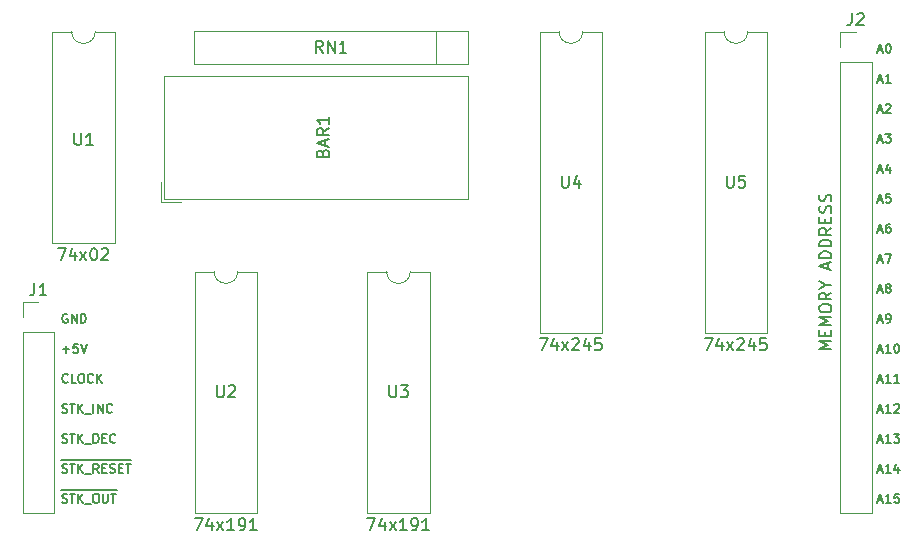
<source format=gto>
G04 #@! TF.GenerationSoftware,KiCad,Pcbnew,5.0.2+dfsg1-1*
G04 #@! TF.CreationDate,2019-08-02T16:39:56+02:00*
G04 #@! TF.ProjectId,Stack-Pointer,53746163-6b2d-4506-9f69-6e7465722e6b,rev?*
G04 #@! TF.SameCoordinates,Original*
G04 #@! TF.FileFunction,Legend,Top*
G04 #@! TF.FilePolarity,Positive*
%FSLAX46Y46*%
G04 Gerber Fmt 4.6, Leading zero omitted, Abs format (unit mm)*
G04 Created by KiCad (PCBNEW 5.0.2+dfsg1-1) date vr 02 aug 2019 16:39:56 CEST*
%MOMM*%
%LPD*%
G01*
G04 APERTURE LIST*
%ADD10C,0.150000*%
%ADD11C,0.120000*%
G04 APERTURE END LIST*
D10*
X56485500Y-66067000D02*
X57199785Y-66067000D01*
X56628357Y-67105571D02*
X56735500Y-67141285D01*
X56914071Y-67141285D01*
X56985500Y-67105571D01*
X57021214Y-67069857D01*
X57056928Y-66998428D01*
X57056928Y-66927000D01*
X57021214Y-66855571D01*
X56985500Y-66819857D01*
X56914071Y-66784142D01*
X56771214Y-66748428D01*
X56699785Y-66712714D01*
X56664071Y-66677000D01*
X56628357Y-66605571D01*
X56628357Y-66534142D01*
X56664071Y-66462714D01*
X56699785Y-66427000D01*
X56771214Y-66391285D01*
X56949785Y-66391285D01*
X57056928Y-66427000D01*
X57199785Y-66067000D02*
X57771214Y-66067000D01*
X57271214Y-66391285D02*
X57699785Y-66391285D01*
X57485500Y-67141285D02*
X57485500Y-66391285D01*
X57771214Y-66067000D02*
X58521214Y-66067000D01*
X57949785Y-67141285D02*
X57949785Y-66391285D01*
X58378357Y-67141285D02*
X58056928Y-66712714D01*
X58378357Y-66391285D02*
X57949785Y-66819857D01*
X58521214Y-66067000D02*
X59092642Y-66067000D01*
X58521214Y-67212714D02*
X59092642Y-67212714D01*
X59092642Y-66067000D02*
X59878357Y-66067000D01*
X59414071Y-66391285D02*
X59556928Y-66391285D01*
X59628357Y-66427000D01*
X59699785Y-66498428D01*
X59735500Y-66641285D01*
X59735500Y-66891285D01*
X59699785Y-67034142D01*
X59628357Y-67105571D01*
X59556928Y-67141285D01*
X59414071Y-67141285D01*
X59342642Y-67105571D01*
X59271214Y-67034142D01*
X59235500Y-66891285D01*
X59235500Y-66641285D01*
X59271214Y-66498428D01*
X59342642Y-66427000D01*
X59414071Y-66391285D01*
X59878357Y-66067000D02*
X60664071Y-66067000D01*
X60056928Y-66391285D02*
X60056928Y-66998428D01*
X60092642Y-67069857D01*
X60128357Y-67105571D01*
X60199785Y-67141285D01*
X60342642Y-67141285D01*
X60414071Y-67105571D01*
X60449785Y-67069857D01*
X60485500Y-66998428D01*
X60485500Y-66391285D01*
X60664071Y-66067000D02*
X61235500Y-66067000D01*
X60735500Y-66391285D02*
X61164071Y-66391285D01*
X60949785Y-67141285D02*
X60949785Y-66391285D01*
X56628357Y-62025571D02*
X56735500Y-62061285D01*
X56914071Y-62061285D01*
X56985500Y-62025571D01*
X57021214Y-61989857D01*
X57056928Y-61918428D01*
X57056928Y-61847000D01*
X57021214Y-61775571D01*
X56985500Y-61739857D01*
X56914071Y-61704142D01*
X56771214Y-61668428D01*
X56699785Y-61632714D01*
X56664071Y-61597000D01*
X56628357Y-61525571D01*
X56628357Y-61454142D01*
X56664071Y-61382714D01*
X56699785Y-61347000D01*
X56771214Y-61311285D01*
X56949785Y-61311285D01*
X57056928Y-61347000D01*
X57271214Y-61311285D02*
X57699785Y-61311285D01*
X57485500Y-62061285D02*
X57485500Y-61311285D01*
X57949785Y-62061285D02*
X57949785Y-61311285D01*
X58378357Y-62061285D02*
X58056928Y-61632714D01*
X58378357Y-61311285D02*
X57949785Y-61739857D01*
X58521214Y-62132714D02*
X59092642Y-62132714D01*
X59271214Y-62061285D02*
X59271214Y-61311285D01*
X59449785Y-61311285D01*
X59556928Y-61347000D01*
X59628357Y-61418428D01*
X59664071Y-61489857D01*
X59699785Y-61632714D01*
X59699785Y-61739857D01*
X59664071Y-61882714D01*
X59628357Y-61954142D01*
X59556928Y-62025571D01*
X59449785Y-62061285D01*
X59271214Y-62061285D01*
X60021214Y-61668428D02*
X60271214Y-61668428D01*
X60378357Y-62061285D02*
X60021214Y-62061285D01*
X60021214Y-61311285D01*
X60378357Y-61311285D01*
X61128357Y-61989857D02*
X61092642Y-62025571D01*
X60985500Y-62061285D01*
X60914071Y-62061285D01*
X60806928Y-62025571D01*
X60735500Y-61954142D01*
X60699785Y-61882714D01*
X60664071Y-61739857D01*
X60664071Y-61632714D01*
X60699785Y-61489857D01*
X60735500Y-61418428D01*
X60806928Y-61347000D01*
X60914071Y-61311285D01*
X60985500Y-61311285D01*
X61092642Y-61347000D01*
X61128357Y-61382714D01*
X56485500Y-63527000D02*
X57199785Y-63527000D01*
X56628357Y-64565571D02*
X56735500Y-64601285D01*
X56914071Y-64601285D01*
X56985500Y-64565571D01*
X57021214Y-64529857D01*
X57056928Y-64458428D01*
X57056928Y-64387000D01*
X57021214Y-64315571D01*
X56985500Y-64279857D01*
X56914071Y-64244142D01*
X56771214Y-64208428D01*
X56699785Y-64172714D01*
X56664071Y-64137000D01*
X56628357Y-64065571D01*
X56628357Y-63994142D01*
X56664071Y-63922714D01*
X56699785Y-63887000D01*
X56771214Y-63851285D01*
X56949785Y-63851285D01*
X57056928Y-63887000D01*
X57199785Y-63527000D02*
X57771214Y-63527000D01*
X57271214Y-63851285D02*
X57699785Y-63851285D01*
X57485500Y-64601285D02*
X57485500Y-63851285D01*
X57771214Y-63527000D02*
X58521214Y-63527000D01*
X57949785Y-64601285D02*
X57949785Y-63851285D01*
X58378357Y-64601285D02*
X58056928Y-64172714D01*
X58378357Y-63851285D02*
X57949785Y-64279857D01*
X58521214Y-63527000D02*
X59092642Y-63527000D01*
X58521214Y-64672714D02*
X59092642Y-64672714D01*
X59092642Y-63527000D02*
X59842642Y-63527000D01*
X59699785Y-64601285D02*
X59449785Y-64244142D01*
X59271214Y-64601285D02*
X59271214Y-63851285D01*
X59556928Y-63851285D01*
X59628357Y-63887000D01*
X59664071Y-63922714D01*
X59699785Y-63994142D01*
X59699785Y-64101285D01*
X59664071Y-64172714D01*
X59628357Y-64208428D01*
X59556928Y-64244142D01*
X59271214Y-64244142D01*
X59842642Y-63527000D02*
X60521214Y-63527000D01*
X60021214Y-64208428D02*
X60271214Y-64208428D01*
X60378357Y-64601285D02*
X60021214Y-64601285D01*
X60021214Y-63851285D01*
X60378357Y-63851285D01*
X60521214Y-63527000D02*
X61235500Y-63527000D01*
X60664071Y-64565571D02*
X60771214Y-64601285D01*
X60949785Y-64601285D01*
X61021214Y-64565571D01*
X61056928Y-64529857D01*
X61092642Y-64458428D01*
X61092642Y-64387000D01*
X61056928Y-64315571D01*
X61021214Y-64279857D01*
X60949785Y-64244142D01*
X60806928Y-64208428D01*
X60735500Y-64172714D01*
X60699785Y-64137000D01*
X60664071Y-64065571D01*
X60664071Y-63994142D01*
X60699785Y-63922714D01*
X60735500Y-63887000D01*
X60806928Y-63851285D01*
X60985500Y-63851285D01*
X61092642Y-63887000D01*
X61235500Y-63527000D02*
X61914071Y-63527000D01*
X61414071Y-64208428D02*
X61664071Y-64208428D01*
X61771214Y-64601285D02*
X61414071Y-64601285D01*
X61414071Y-63851285D01*
X61771214Y-63851285D01*
X61914071Y-63527000D02*
X62485500Y-63527000D01*
X61985500Y-63851285D02*
X62414071Y-63851285D01*
X62199785Y-64601285D02*
X62199785Y-63851285D01*
X56628357Y-59485571D02*
X56735500Y-59521285D01*
X56914071Y-59521285D01*
X56985500Y-59485571D01*
X57021214Y-59449857D01*
X57056928Y-59378428D01*
X57056928Y-59307000D01*
X57021214Y-59235571D01*
X56985500Y-59199857D01*
X56914071Y-59164142D01*
X56771214Y-59128428D01*
X56699785Y-59092714D01*
X56664071Y-59057000D01*
X56628357Y-58985571D01*
X56628357Y-58914142D01*
X56664071Y-58842714D01*
X56699785Y-58807000D01*
X56771214Y-58771285D01*
X56949785Y-58771285D01*
X57056928Y-58807000D01*
X57271214Y-58771285D02*
X57699785Y-58771285D01*
X57485500Y-59521285D02*
X57485500Y-58771285D01*
X57949785Y-59521285D02*
X57949785Y-58771285D01*
X58378357Y-59521285D02*
X58056928Y-59092714D01*
X58378357Y-58771285D02*
X57949785Y-59199857D01*
X58521214Y-59592714D02*
X59092642Y-59592714D01*
X59271214Y-59521285D02*
X59271214Y-58771285D01*
X59628357Y-59521285D02*
X59628357Y-58771285D01*
X60056928Y-59521285D01*
X60056928Y-58771285D01*
X60842642Y-59449857D02*
X60806928Y-59485571D01*
X60699785Y-59521285D01*
X60628357Y-59521285D01*
X60521214Y-59485571D01*
X60449785Y-59414142D01*
X60414071Y-59342714D01*
X60378357Y-59199857D01*
X60378357Y-59092714D01*
X60414071Y-58949857D01*
X60449785Y-58878428D01*
X60521214Y-58807000D01*
X60628357Y-58771285D01*
X60699785Y-58771285D01*
X60806928Y-58807000D01*
X60842642Y-58842714D01*
X57056928Y-51187000D02*
X56985500Y-51151285D01*
X56878357Y-51151285D01*
X56771214Y-51187000D01*
X56699785Y-51258428D01*
X56664071Y-51329857D01*
X56628357Y-51472714D01*
X56628357Y-51579857D01*
X56664071Y-51722714D01*
X56699785Y-51794142D01*
X56771214Y-51865571D01*
X56878357Y-51901285D01*
X56949785Y-51901285D01*
X57056928Y-51865571D01*
X57092642Y-51829857D01*
X57092642Y-51579857D01*
X56949785Y-51579857D01*
X57414071Y-51901285D02*
X57414071Y-51151285D01*
X57842642Y-51901285D01*
X57842642Y-51151285D01*
X58199785Y-51901285D02*
X58199785Y-51151285D01*
X58378357Y-51151285D01*
X58485500Y-51187000D01*
X58556928Y-51258428D01*
X58592642Y-51329857D01*
X58628357Y-51472714D01*
X58628357Y-51579857D01*
X58592642Y-51722714D01*
X58556928Y-51794142D01*
X58485500Y-51865571D01*
X58378357Y-51901285D01*
X58199785Y-51901285D01*
X56664071Y-54155571D02*
X57235500Y-54155571D01*
X56949785Y-54441285D02*
X56949785Y-53869857D01*
X57949785Y-53691285D02*
X57592642Y-53691285D01*
X57556928Y-54048428D01*
X57592642Y-54012714D01*
X57664071Y-53977000D01*
X57842642Y-53977000D01*
X57914071Y-54012714D01*
X57949785Y-54048428D01*
X57985500Y-54119857D01*
X57985500Y-54298428D01*
X57949785Y-54369857D01*
X57914071Y-54405571D01*
X57842642Y-54441285D01*
X57664071Y-54441285D01*
X57592642Y-54405571D01*
X57556928Y-54369857D01*
X58199785Y-53691285D02*
X58449785Y-54441285D01*
X58699785Y-53691285D01*
X57092642Y-56909857D02*
X57056928Y-56945571D01*
X56949785Y-56981285D01*
X56878357Y-56981285D01*
X56771214Y-56945571D01*
X56699785Y-56874142D01*
X56664071Y-56802714D01*
X56628357Y-56659857D01*
X56628357Y-56552714D01*
X56664071Y-56409857D01*
X56699785Y-56338428D01*
X56771214Y-56267000D01*
X56878357Y-56231285D01*
X56949785Y-56231285D01*
X57056928Y-56267000D01*
X57092642Y-56302714D01*
X57771214Y-56981285D02*
X57414071Y-56981285D01*
X57414071Y-56231285D01*
X58164071Y-56231285D02*
X58306928Y-56231285D01*
X58378357Y-56267000D01*
X58449785Y-56338428D01*
X58485500Y-56481285D01*
X58485500Y-56731285D01*
X58449785Y-56874142D01*
X58378357Y-56945571D01*
X58306928Y-56981285D01*
X58164071Y-56981285D01*
X58092642Y-56945571D01*
X58021214Y-56874142D01*
X57985500Y-56731285D01*
X57985500Y-56481285D01*
X58021214Y-56338428D01*
X58092642Y-56267000D01*
X58164071Y-56231285D01*
X59235500Y-56909857D02*
X59199785Y-56945571D01*
X59092642Y-56981285D01*
X59021214Y-56981285D01*
X58914071Y-56945571D01*
X58842642Y-56874142D01*
X58806928Y-56802714D01*
X58771214Y-56659857D01*
X58771214Y-56552714D01*
X58806928Y-56409857D01*
X58842642Y-56338428D01*
X58914071Y-56267000D01*
X59021214Y-56231285D01*
X59092642Y-56231285D01*
X59199785Y-56267000D01*
X59235500Y-56302714D01*
X59556928Y-56981285D02*
X59556928Y-56231285D01*
X59985500Y-56981285D02*
X59664071Y-56552714D01*
X59985500Y-56231285D02*
X59556928Y-56659857D01*
X125716357Y-33907000D02*
X126073500Y-33907000D01*
X125644928Y-34121285D02*
X125894928Y-33371285D01*
X126144928Y-34121285D01*
X126359214Y-33442714D02*
X126394928Y-33407000D01*
X126466357Y-33371285D01*
X126644928Y-33371285D01*
X126716357Y-33407000D01*
X126752071Y-33442714D01*
X126787785Y-33514142D01*
X126787785Y-33585571D01*
X126752071Y-33692714D01*
X126323500Y-34121285D01*
X126787785Y-34121285D01*
X125716357Y-31367000D02*
X126073500Y-31367000D01*
X125644928Y-31581285D02*
X125894928Y-30831285D01*
X126144928Y-31581285D01*
X126787785Y-31581285D02*
X126359214Y-31581285D01*
X126573500Y-31581285D02*
X126573500Y-30831285D01*
X126502071Y-30938428D01*
X126430642Y-31009857D01*
X126359214Y-31045571D01*
X125716357Y-41527000D02*
X126073500Y-41527000D01*
X125644928Y-41741285D02*
X125894928Y-40991285D01*
X126144928Y-41741285D01*
X126752071Y-40991285D02*
X126394928Y-40991285D01*
X126359214Y-41348428D01*
X126394928Y-41312714D01*
X126466357Y-41277000D01*
X126644928Y-41277000D01*
X126716357Y-41312714D01*
X126752071Y-41348428D01*
X126787785Y-41419857D01*
X126787785Y-41598428D01*
X126752071Y-41669857D01*
X126716357Y-41705571D01*
X126644928Y-41741285D01*
X126466357Y-41741285D01*
X126394928Y-41705571D01*
X126359214Y-41669857D01*
X125716357Y-38987000D02*
X126073500Y-38987000D01*
X125644928Y-39201285D02*
X125894928Y-38451285D01*
X126144928Y-39201285D01*
X126716357Y-38701285D02*
X126716357Y-39201285D01*
X126537785Y-38415571D02*
X126359214Y-38951285D01*
X126823500Y-38951285D01*
X125716357Y-36447000D02*
X126073500Y-36447000D01*
X125644928Y-36661285D02*
X125894928Y-35911285D01*
X126144928Y-36661285D01*
X126323500Y-35911285D02*
X126787785Y-35911285D01*
X126537785Y-36197000D01*
X126644928Y-36197000D01*
X126716357Y-36232714D01*
X126752071Y-36268428D01*
X126787785Y-36339857D01*
X126787785Y-36518428D01*
X126752071Y-36589857D01*
X126716357Y-36625571D01*
X126644928Y-36661285D01*
X126430642Y-36661285D01*
X126359214Y-36625571D01*
X126323500Y-36589857D01*
X125716357Y-46607000D02*
X126073500Y-46607000D01*
X125644928Y-46821285D02*
X125894928Y-46071285D01*
X126144928Y-46821285D01*
X126323500Y-46071285D02*
X126823500Y-46071285D01*
X126502071Y-46821285D01*
X125716357Y-28827000D02*
X126073500Y-28827000D01*
X125644928Y-29041285D02*
X125894928Y-28291285D01*
X126144928Y-29041285D01*
X126537785Y-28291285D02*
X126609214Y-28291285D01*
X126680642Y-28327000D01*
X126716357Y-28362714D01*
X126752071Y-28434142D01*
X126787785Y-28577000D01*
X126787785Y-28755571D01*
X126752071Y-28898428D01*
X126716357Y-28969857D01*
X126680642Y-29005571D01*
X126609214Y-29041285D01*
X126537785Y-29041285D01*
X126466357Y-29005571D01*
X126430642Y-28969857D01*
X126394928Y-28898428D01*
X126359214Y-28755571D01*
X126359214Y-28577000D01*
X126394928Y-28434142D01*
X126430642Y-28362714D01*
X126466357Y-28327000D01*
X126537785Y-28291285D01*
X125716357Y-44067000D02*
X126073500Y-44067000D01*
X125644928Y-44281285D02*
X125894928Y-43531285D01*
X126144928Y-44281285D01*
X126716357Y-43531285D02*
X126573500Y-43531285D01*
X126502071Y-43567000D01*
X126466357Y-43602714D01*
X126394928Y-43709857D01*
X126359214Y-43852714D01*
X126359214Y-44138428D01*
X126394928Y-44209857D01*
X126430642Y-44245571D01*
X126502071Y-44281285D01*
X126644928Y-44281285D01*
X126716357Y-44245571D01*
X126752071Y-44209857D01*
X126787785Y-44138428D01*
X126787785Y-43959857D01*
X126752071Y-43888428D01*
X126716357Y-43852714D01*
X126644928Y-43817000D01*
X126502071Y-43817000D01*
X126430642Y-43852714D01*
X126394928Y-43888428D01*
X126359214Y-43959857D01*
X125716357Y-64387000D02*
X126073500Y-64387000D01*
X125644928Y-64601285D02*
X125894928Y-63851285D01*
X126144928Y-64601285D01*
X126787785Y-64601285D02*
X126359214Y-64601285D01*
X126573500Y-64601285D02*
X126573500Y-63851285D01*
X126502071Y-63958428D01*
X126430642Y-64029857D01*
X126359214Y-64065571D01*
X127430642Y-64101285D02*
X127430642Y-64601285D01*
X127252071Y-63815571D02*
X127073500Y-64351285D01*
X127537785Y-64351285D01*
X125716357Y-59307000D02*
X126073500Y-59307000D01*
X125644928Y-59521285D02*
X125894928Y-58771285D01*
X126144928Y-59521285D01*
X126787785Y-59521285D02*
X126359214Y-59521285D01*
X126573500Y-59521285D02*
X126573500Y-58771285D01*
X126502071Y-58878428D01*
X126430642Y-58949857D01*
X126359214Y-58985571D01*
X127073500Y-58842714D02*
X127109214Y-58807000D01*
X127180642Y-58771285D01*
X127359214Y-58771285D01*
X127430642Y-58807000D01*
X127466357Y-58842714D01*
X127502071Y-58914142D01*
X127502071Y-58985571D01*
X127466357Y-59092714D01*
X127037785Y-59521285D01*
X127502071Y-59521285D01*
X125716357Y-66927000D02*
X126073500Y-66927000D01*
X125644928Y-67141285D02*
X125894928Y-66391285D01*
X126144928Y-67141285D01*
X126787785Y-67141285D02*
X126359214Y-67141285D01*
X126573500Y-67141285D02*
X126573500Y-66391285D01*
X126502071Y-66498428D01*
X126430642Y-66569857D01*
X126359214Y-66605571D01*
X127466357Y-66391285D02*
X127109214Y-66391285D01*
X127073500Y-66748428D01*
X127109214Y-66712714D01*
X127180642Y-66677000D01*
X127359214Y-66677000D01*
X127430642Y-66712714D01*
X127466357Y-66748428D01*
X127502071Y-66819857D01*
X127502071Y-66998428D01*
X127466357Y-67069857D01*
X127430642Y-67105571D01*
X127359214Y-67141285D01*
X127180642Y-67141285D01*
X127109214Y-67105571D01*
X127073500Y-67069857D01*
X125716357Y-54227000D02*
X126073500Y-54227000D01*
X125644928Y-54441285D02*
X125894928Y-53691285D01*
X126144928Y-54441285D01*
X126787785Y-54441285D02*
X126359214Y-54441285D01*
X126573500Y-54441285D02*
X126573500Y-53691285D01*
X126502071Y-53798428D01*
X126430642Y-53869857D01*
X126359214Y-53905571D01*
X127252071Y-53691285D02*
X127323500Y-53691285D01*
X127394928Y-53727000D01*
X127430642Y-53762714D01*
X127466357Y-53834142D01*
X127502071Y-53977000D01*
X127502071Y-54155571D01*
X127466357Y-54298428D01*
X127430642Y-54369857D01*
X127394928Y-54405571D01*
X127323500Y-54441285D01*
X127252071Y-54441285D01*
X127180642Y-54405571D01*
X127144928Y-54369857D01*
X127109214Y-54298428D01*
X127073500Y-54155571D01*
X127073500Y-53977000D01*
X127109214Y-53834142D01*
X127144928Y-53762714D01*
X127180642Y-53727000D01*
X127252071Y-53691285D01*
X125716357Y-51687000D02*
X126073500Y-51687000D01*
X125644928Y-51901285D02*
X125894928Y-51151285D01*
X126144928Y-51901285D01*
X126430642Y-51901285D02*
X126573500Y-51901285D01*
X126644928Y-51865571D01*
X126680642Y-51829857D01*
X126752071Y-51722714D01*
X126787785Y-51579857D01*
X126787785Y-51294142D01*
X126752071Y-51222714D01*
X126716357Y-51187000D01*
X126644928Y-51151285D01*
X126502071Y-51151285D01*
X126430642Y-51187000D01*
X126394928Y-51222714D01*
X126359214Y-51294142D01*
X126359214Y-51472714D01*
X126394928Y-51544142D01*
X126430642Y-51579857D01*
X126502071Y-51615571D01*
X126644928Y-51615571D01*
X126716357Y-51579857D01*
X126752071Y-51544142D01*
X126787785Y-51472714D01*
X125716357Y-61847000D02*
X126073500Y-61847000D01*
X125644928Y-62061285D02*
X125894928Y-61311285D01*
X126144928Y-62061285D01*
X126787785Y-62061285D02*
X126359214Y-62061285D01*
X126573500Y-62061285D02*
X126573500Y-61311285D01*
X126502071Y-61418428D01*
X126430642Y-61489857D01*
X126359214Y-61525571D01*
X127037785Y-61311285D02*
X127502071Y-61311285D01*
X127252071Y-61597000D01*
X127359214Y-61597000D01*
X127430642Y-61632714D01*
X127466357Y-61668428D01*
X127502071Y-61739857D01*
X127502071Y-61918428D01*
X127466357Y-61989857D01*
X127430642Y-62025571D01*
X127359214Y-62061285D01*
X127144928Y-62061285D01*
X127073500Y-62025571D01*
X127037785Y-61989857D01*
X125716357Y-49147000D02*
X126073500Y-49147000D01*
X125644928Y-49361285D02*
X125894928Y-48611285D01*
X126144928Y-49361285D01*
X126502071Y-48932714D02*
X126430642Y-48897000D01*
X126394928Y-48861285D01*
X126359214Y-48789857D01*
X126359214Y-48754142D01*
X126394928Y-48682714D01*
X126430642Y-48647000D01*
X126502071Y-48611285D01*
X126644928Y-48611285D01*
X126716357Y-48647000D01*
X126752071Y-48682714D01*
X126787785Y-48754142D01*
X126787785Y-48789857D01*
X126752071Y-48861285D01*
X126716357Y-48897000D01*
X126644928Y-48932714D01*
X126502071Y-48932714D01*
X126430642Y-48968428D01*
X126394928Y-49004142D01*
X126359214Y-49075571D01*
X126359214Y-49218428D01*
X126394928Y-49289857D01*
X126430642Y-49325571D01*
X126502071Y-49361285D01*
X126644928Y-49361285D01*
X126716357Y-49325571D01*
X126752071Y-49289857D01*
X126787785Y-49218428D01*
X126787785Y-49075571D01*
X126752071Y-49004142D01*
X126716357Y-48968428D01*
X126644928Y-48932714D01*
X125716357Y-56767000D02*
X126073500Y-56767000D01*
X125644928Y-56981285D02*
X125894928Y-56231285D01*
X126144928Y-56981285D01*
X126787785Y-56981285D02*
X126359214Y-56981285D01*
X126573500Y-56981285D02*
X126573500Y-56231285D01*
X126502071Y-56338428D01*
X126430642Y-56409857D01*
X126359214Y-56445571D01*
X127502071Y-56981285D02*
X127073500Y-56981285D01*
X127287785Y-56981285D02*
X127287785Y-56231285D01*
X127216357Y-56338428D01*
X127144928Y-56409857D01*
X127073500Y-56445571D01*
D11*
G04 #@! TO.C,J1*
X53280000Y-68005000D02*
X55940000Y-68005000D01*
X53280000Y-52705000D02*
X53280000Y-68005000D01*
X55940000Y-52705000D02*
X55940000Y-68005000D01*
X53280000Y-52705000D02*
X55940000Y-52705000D01*
X53280000Y-51435000D02*
X53280000Y-50105000D01*
X53280000Y-50105000D02*
X54610000Y-50105000D01*
G04 #@! TO.C,U5*
X116315000Y-27245000D02*
X114665000Y-27245000D01*
X116315000Y-52765000D02*
X116315000Y-27245000D01*
X111015000Y-52765000D02*
X116315000Y-52765000D01*
X111015000Y-27245000D02*
X111015000Y-52765000D01*
X112665000Y-27245000D02*
X111015000Y-27245000D01*
X114665000Y-27245000D02*
G75*
G02X112665000Y-27245000I-1000000J0D01*
G01*
G04 #@! TO.C,U4*
X100695000Y-27245000D02*
G75*
G02X98695000Y-27245000I-1000000J0D01*
G01*
X98695000Y-27245000D02*
X97045000Y-27245000D01*
X97045000Y-27245000D02*
X97045000Y-52765000D01*
X97045000Y-52765000D02*
X102345000Y-52765000D01*
X102345000Y-52765000D02*
X102345000Y-27245000D01*
X102345000Y-27245000D02*
X100695000Y-27245000D01*
G04 #@! TO.C,J2*
X122495000Y-68005000D02*
X125155000Y-68005000D01*
X122495000Y-29845000D02*
X122495000Y-68005000D01*
X125155000Y-29845000D02*
X125155000Y-68005000D01*
X122495000Y-29845000D02*
X125155000Y-29845000D01*
X122495000Y-28575000D02*
X122495000Y-27245000D01*
X122495000Y-27245000D02*
X123825000Y-27245000D01*
G04 #@! TO.C,BAR1*
X64975000Y-40005000D02*
X64975000Y-41705000D01*
X64975000Y-41705000D02*
X66675000Y-41705000D01*
X90945000Y-30975000D02*
X90945000Y-41415000D01*
X90945000Y-41415000D02*
X65265000Y-41415000D01*
X65265000Y-41415000D02*
X65265000Y-30975000D01*
X65265000Y-30975000D02*
X90945000Y-30975000D01*
G04 #@! TO.C,U1*
X59420000Y-27245000D02*
G75*
G02X57420000Y-27245000I-1000000J0D01*
G01*
X57420000Y-27245000D02*
X55770000Y-27245000D01*
X55770000Y-27245000D02*
X55770000Y-45145000D01*
X55770000Y-45145000D02*
X61070000Y-45145000D01*
X61070000Y-45145000D02*
X61070000Y-27245000D01*
X61070000Y-27245000D02*
X59420000Y-27245000D01*
G04 #@! TO.C,U3*
X87740000Y-47565000D02*
X86090000Y-47565000D01*
X87740000Y-68005000D02*
X87740000Y-47565000D01*
X82440000Y-68005000D02*
X87740000Y-68005000D01*
X82440000Y-47565000D02*
X82440000Y-68005000D01*
X84090000Y-47565000D02*
X82440000Y-47565000D01*
X86090000Y-47565000D02*
G75*
G02X84090000Y-47565000I-1000000J0D01*
G01*
G04 #@! TO.C,U2*
X71485000Y-47565000D02*
G75*
G02X69485000Y-47565000I-1000000J0D01*
G01*
X69485000Y-47565000D02*
X67835000Y-47565000D01*
X67835000Y-47565000D02*
X67835000Y-68005000D01*
X67835000Y-68005000D02*
X73135000Y-68005000D01*
X73135000Y-68005000D02*
X73135000Y-47565000D01*
X73135000Y-47565000D02*
X71485000Y-47565000D01*
G04 #@! TO.C,RN1*
X90975000Y-29975000D02*
X90975000Y-27175000D01*
X90975000Y-27175000D02*
X67775000Y-27175000D01*
X67775000Y-27175000D02*
X67775000Y-29975000D01*
X67775000Y-29975000D02*
X90975000Y-29975000D01*
X88265000Y-29975000D02*
X88265000Y-27175000D01*
G04 #@! TO.C,J1*
D10*
X54276666Y-48557380D02*
X54276666Y-49271666D01*
X54229047Y-49414523D01*
X54133809Y-49509761D01*
X53990952Y-49557380D01*
X53895714Y-49557380D01*
X55276666Y-49557380D02*
X54705238Y-49557380D01*
X54990952Y-49557380D02*
X54990952Y-48557380D01*
X54895714Y-48700238D01*
X54800476Y-48795476D01*
X54705238Y-48843095D01*
G04 #@! TO.C,U5*
X112903095Y-39457380D02*
X112903095Y-40266904D01*
X112950714Y-40362142D01*
X112998333Y-40409761D01*
X113093571Y-40457380D01*
X113284047Y-40457380D01*
X113379285Y-40409761D01*
X113426904Y-40362142D01*
X113474523Y-40266904D01*
X113474523Y-39457380D01*
X114426904Y-39457380D02*
X113950714Y-39457380D01*
X113903095Y-39933571D01*
X113950714Y-39885952D01*
X114045952Y-39838333D01*
X114284047Y-39838333D01*
X114379285Y-39885952D01*
X114426904Y-39933571D01*
X114474523Y-40028809D01*
X114474523Y-40266904D01*
X114426904Y-40362142D01*
X114379285Y-40409761D01*
X114284047Y-40457380D01*
X114045952Y-40457380D01*
X113950714Y-40409761D01*
X113903095Y-40362142D01*
X111022142Y-53217380D02*
X111688809Y-53217380D01*
X111260238Y-54217380D01*
X112498333Y-53550714D02*
X112498333Y-54217380D01*
X112260238Y-53169761D02*
X112022142Y-53884047D01*
X112641190Y-53884047D01*
X112926904Y-54217380D02*
X113450714Y-53550714D01*
X112926904Y-53550714D02*
X113450714Y-54217380D01*
X113784047Y-53312619D02*
X113831666Y-53265000D01*
X113926904Y-53217380D01*
X114165000Y-53217380D01*
X114260238Y-53265000D01*
X114307857Y-53312619D01*
X114355476Y-53407857D01*
X114355476Y-53503095D01*
X114307857Y-53645952D01*
X113736428Y-54217380D01*
X114355476Y-54217380D01*
X115212619Y-53550714D02*
X115212619Y-54217380D01*
X114974523Y-53169761D02*
X114736428Y-53884047D01*
X115355476Y-53884047D01*
X116212619Y-53217380D02*
X115736428Y-53217380D01*
X115688809Y-53693571D01*
X115736428Y-53645952D01*
X115831666Y-53598333D01*
X116069761Y-53598333D01*
X116165000Y-53645952D01*
X116212619Y-53693571D01*
X116260238Y-53788809D01*
X116260238Y-54026904D01*
X116212619Y-54122142D01*
X116165000Y-54169761D01*
X116069761Y-54217380D01*
X115831666Y-54217380D01*
X115736428Y-54169761D01*
X115688809Y-54122142D01*
G04 #@! TO.C,U4*
X98933095Y-39457380D02*
X98933095Y-40266904D01*
X98980714Y-40362142D01*
X99028333Y-40409761D01*
X99123571Y-40457380D01*
X99314047Y-40457380D01*
X99409285Y-40409761D01*
X99456904Y-40362142D01*
X99504523Y-40266904D01*
X99504523Y-39457380D01*
X100409285Y-39790714D02*
X100409285Y-40457380D01*
X100171190Y-39409761D02*
X99933095Y-40124047D01*
X100552142Y-40124047D01*
X97052142Y-53217380D02*
X97718809Y-53217380D01*
X97290238Y-54217380D01*
X98528333Y-53550714D02*
X98528333Y-54217380D01*
X98290238Y-53169761D02*
X98052142Y-53884047D01*
X98671190Y-53884047D01*
X98956904Y-54217380D02*
X99480714Y-53550714D01*
X98956904Y-53550714D02*
X99480714Y-54217380D01*
X99814047Y-53312619D02*
X99861666Y-53265000D01*
X99956904Y-53217380D01*
X100195000Y-53217380D01*
X100290238Y-53265000D01*
X100337857Y-53312619D01*
X100385476Y-53407857D01*
X100385476Y-53503095D01*
X100337857Y-53645952D01*
X99766428Y-54217380D01*
X100385476Y-54217380D01*
X101242619Y-53550714D02*
X101242619Y-54217380D01*
X101004523Y-53169761D02*
X100766428Y-53884047D01*
X101385476Y-53884047D01*
X102242619Y-53217380D02*
X101766428Y-53217380D01*
X101718809Y-53693571D01*
X101766428Y-53645952D01*
X101861666Y-53598333D01*
X102099761Y-53598333D01*
X102195000Y-53645952D01*
X102242619Y-53693571D01*
X102290238Y-53788809D01*
X102290238Y-54026904D01*
X102242619Y-54122142D01*
X102195000Y-54169761D01*
X102099761Y-54217380D01*
X101861666Y-54217380D01*
X101766428Y-54169761D01*
X101718809Y-54122142D01*
G04 #@! TO.C,J2*
X123491666Y-25697380D02*
X123491666Y-26411666D01*
X123444047Y-26554523D01*
X123348809Y-26649761D01*
X123205952Y-26697380D01*
X123110714Y-26697380D01*
X123920238Y-25792619D02*
X123967857Y-25745000D01*
X124063095Y-25697380D01*
X124301190Y-25697380D01*
X124396428Y-25745000D01*
X124444047Y-25792619D01*
X124491666Y-25887857D01*
X124491666Y-25983095D01*
X124444047Y-26125952D01*
X123872619Y-26697380D01*
X124491666Y-26697380D01*
X121737380Y-54148809D02*
X120737380Y-54148809D01*
X121451666Y-53815476D01*
X120737380Y-53482142D01*
X121737380Y-53482142D01*
X121213571Y-53005952D02*
X121213571Y-52672619D01*
X121737380Y-52529761D02*
X121737380Y-53005952D01*
X120737380Y-53005952D01*
X120737380Y-52529761D01*
X121737380Y-52101190D02*
X120737380Y-52101190D01*
X121451666Y-51767857D01*
X120737380Y-51434523D01*
X121737380Y-51434523D01*
X120737380Y-50767857D02*
X120737380Y-50577380D01*
X120785000Y-50482142D01*
X120880238Y-50386904D01*
X121070714Y-50339285D01*
X121404047Y-50339285D01*
X121594523Y-50386904D01*
X121689761Y-50482142D01*
X121737380Y-50577380D01*
X121737380Y-50767857D01*
X121689761Y-50863095D01*
X121594523Y-50958333D01*
X121404047Y-51005952D01*
X121070714Y-51005952D01*
X120880238Y-50958333D01*
X120785000Y-50863095D01*
X120737380Y-50767857D01*
X121737380Y-49339285D02*
X121261190Y-49672619D01*
X121737380Y-49910714D02*
X120737380Y-49910714D01*
X120737380Y-49529761D01*
X120785000Y-49434523D01*
X120832619Y-49386904D01*
X120927857Y-49339285D01*
X121070714Y-49339285D01*
X121165952Y-49386904D01*
X121213571Y-49434523D01*
X121261190Y-49529761D01*
X121261190Y-49910714D01*
X121261190Y-48720238D02*
X121737380Y-48720238D01*
X120737380Y-49053571D02*
X121261190Y-48720238D01*
X120737380Y-48386904D01*
X121451666Y-47339285D02*
X121451666Y-46863095D01*
X121737380Y-47434523D02*
X120737380Y-47101190D01*
X121737380Y-46767857D01*
X121737380Y-46434523D02*
X120737380Y-46434523D01*
X120737380Y-46196428D01*
X120785000Y-46053571D01*
X120880238Y-45958333D01*
X120975476Y-45910714D01*
X121165952Y-45863095D01*
X121308809Y-45863095D01*
X121499285Y-45910714D01*
X121594523Y-45958333D01*
X121689761Y-46053571D01*
X121737380Y-46196428D01*
X121737380Y-46434523D01*
X121737380Y-45434523D02*
X120737380Y-45434523D01*
X120737380Y-45196428D01*
X120785000Y-45053571D01*
X120880238Y-44958333D01*
X120975476Y-44910714D01*
X121165952Y-44863095D01*
X121308809Y-44863095D01*
X121499285Y-44910714D01*
X121594523Y-44958333D01*
X121689761Y-45053571D01*
X121737380Y-45196428D01*
X121737380Y-45434523D01*
X121737380Y-43863095D02*
X121261190Y-44196428D01*
X121737380Y-44434523D02*
X120737380Y-44434523D01*
X120737380Y-44053571D01*
X120785000Y-43958333D01*
X120832619Y-43910714D01*
X120927857Y-43863095D01*
X121070714Y-43863095D01*
X121165952Y-43910714D01*
X121213571Y-43958333D01*
X121261190Y-44053571D01*
X121261190Y-44434523D01*
X121213571Y-43434523D02*
X121213571Y-43101190D01*
X121737380Y-42958333D02*
X121737380Y-43434523D01*
X120737380Y-43434523D01*
X120737380Y-42958333D01*
X121689761Y-42577380D02*
X121737380Y-42434523D01*
X121737380Y-42196428D01*
X121689761Y-42101190D01*
X121642142Y-42053571D01*
X121546904Y-42005952D01*
X121451666Y-42005952D01*
X121356428Y-42053571D01*
X121308809Y-42101190D01*
X121261190Y-42196428D01*
X121213571Y-42386904D01*
X121165952Y-42482142D01*
X121118333Y-42529761D01*
X121023095Y-42577380D01*
X120927857Y-42577380D01*
X120832619Y-42529761D01*
X120785000Y-42482142D01*
X120737380Y-42386904D01*
X120737380Y-42148809D01*
X120785000Y-42005952D01*
X121689761Y-41625000D02*
X121737380Y-41482142D01*
X121737380Y-41244047D01*
X121689761Y-41148809D01*
X121642142Y-41101190D01*
X121546904Y-41053571D01*
X121451666Y-41053571D01*
X121356428Y-41101190D01*
X121308809Y-41148809D01*
X121261190Y-41244047D01*
X121213571Y-41434523D01*
X121165952Y-41529761D01*
X121118333Y-41577380D01*
X121023095Y-41625000D01*
X120927857Y-41625000D01*
X120832619Y-41577380D01*
X120785000Y-41529761D01*
X120737380Y-41434523D01*
X120737380Y-41196428D01*
X120785000Y-41053571D01*
G04 #@! TO.C,BAR1*
X78668571Y-37528333D02*
X78716190Y-37385476D01*
X78763809Y-37337857D01*
X78859047Y-37290238D01*
X79001904Y-37290238D01*
X79097142Y-37337857D01*
X79144761Y-37385476D01*
X79192380Y-37480714D01*
X79192380Y-37861666D01*
X78192380Y-37861666D01*
X78192380Y-37528333D01*
X78240000Y-37433095D01*
X78287619Y-37385476D01*
X78382857Y-37337857D01*
X78478095Y-37337857D01*
X78573333Y-37385476D01*
X78620952Y-37433095D01*
X78668571Y-37528333D01*
X78668571Y-37861666D01*
X78906666Y-36909285D02*
X78906666Y-36433095D01*
X79192380Y-37004523D02*
X78192380Y-36671190D01*
X79192380Y-36337857D01*
X79192380Y-35433095D02*
X78716190Y-35766428D01*
X79192380Y-36004523D02*
X78192380Y-36004523D01*
X78192380Y-35623571D01*
X78240000Y-35528333D01*
X78287619Y-35480714D01*
X78382857Y-35433095D01*
X78525714Y-35433095D01*
X78620952Y-35480714D01*
X78668571Y-35528333D01*
X78716190Y-35623571D01*
X78716190Y-36004523D01*
X79192380Y-34480714D02*
X79192380Y-35052142D01*
X79192380Y-34766428D02*
X78192380Y-34766428D01*
X78335238Y-34861666D01*
X78430476Y-34956904D01*
X78478095Y-35052142D01*
G04 #@! TO.C,U1*
X57658095Y-35850379D02*
X57658095Y-36659903D01*
X57705714Y-36755141D01*
X57753333Y-36802760D01*
X57848571Y-36850379D01*
X58039047Y-36850379D01*
X58134285Y-36802760D01*
X58181904Y-36755141D01*
X58229523Y-36659903D01*
X58229523Y-35850379D01*
X59229523Y-36850379D02*
X58658095Y-36850379D01*
X58943809Y-36850379D02*
X58943809Y-35850379D01*
X58848571Y-35993237D01*
X58753333Y-36088475D01*
X58658095Y-36136094D01*
X56253333Y-45597380D02*
X56920000Y-45597380D01*
X56491428Y-46597380D01*
X57729523Y-45930714D02*
X57729523Y-46597380D01*
X57491428Y-45549761D02*
X57253333Y-46264047D01*
X57872380Y-46264047D01*
X58158095Y-46597380D02*
X58681904Y-45930714D01*
X58158095Y-45930714D02*
X58681904Y-46597380D01*
X59253333Y-45597380D02*
X59348571Y-45597380D01*
X59443809Y-45645000D01*
X59491428Y-45692619D01*
X59539047Y-45787857D01*
X59586666Y-45978333D01*
X59586666Y-46216428D01*
X59539047Y-46406904D01*
X59491428Y-46502142D01*
X59443809Y-46549761D01*
X59348571Y-46597380D01*
X59253333Y-46597380D01*
X59158095Y-46549761D01*
X59110476Y-46502142D01*
X59062857Y-46406904D01*
X59015238Y-46216428D01*
X59015238Y-45978333D01*
X59062857Y-45787857D01*
X59110476Y-45692619D01*
X59158095Y-45645000D01*
X59253333Y-45597380D01*
X59967619Y-45692619D02*
X60015238Y-45645000D01*
X60110476Y-45597380D01*
X60348571Y-45597380D01*
X60443809Y-45645000D01*
X60491428Y-45692619D01*
X60539047Y-45787857D01*
X60539047Y-45883095D01*
X60491428Y-46025952D01*
X59920000Y-46597380D01*
X60539047Y-46597380D01*
G04 #@! TO.C,U3*
X84328095Y-57193380D02*
X84328095Y-58002904D01*
X84375714Y-58098142D01*
X84423333Y-58145761D01*
X84518571Y-58193380D01*
X84709047Y-58193380D01*
X84804285Y-58145761D01*
X84851904Y-58098142D01*
X84899523Y-58002904D01*
X84899523Y-57193380D01*
X85280476Y-57193380D02*
X85899523Y-57193380D01*
X85566190Y-57574333D01*
X85709047Y-57574333D01*
X85804285Y-57621952D01*
X85851904Y-57669571D01*
X85899523Y-57764809D01*
X85899523Y-58002904D01*
X85851904Y-58098142D01*
X85804285Y-58145761D01*
X85709047Y-58193380D01*
X85423333Y-58193380D01*
X85328095Y-58145761D01*
X85280476Y-58098142D01*
X82447142Y-68457380D02*
X83113809Y-68457380D01*
X82685238Y-69457380D01*
X83923333Y-68790714D02*
X83923333Y-69457380D01*
X83685238Y-68409761D02*
X83447142Y-69124047D01*
X84066190Y-69124047D01*
X84351904Y-69457380D02*
X84875714Y-68790714D01*
X84351904Y-68790714D02*
X84875714Y-69457380D01*
X85780476Y-69457380D02*
X85209047Y-69457380D01*
X85494761Y-69457380D02*
X85494761Y-68457380D01*
X85399523Y-68600238D01*
X85304285Y-68695476D01*
X85209047Y-68743095D01*
X86256666Y-69457380D02*
X86447142Y-69457380D01*
X86542380Y-69409761D01*
X86590000Y-69362142D01*
X86685238Y-69219285D01*
X86732857Y-69028809D01*
X86732857Y-68647857D01*
X86685238Y-68552619D01*
X86637619Y-68505000D01*
X86542380Y-68457380D01*
X86351904Y-68457380D01*
X86256666Y-68505000D01*
X86209047Y-68552619D01*
X86161428Y-68647857D01*
X86161428Y-68885952D01*
X86209047Y-68981190D01*
X86256666Y-69028809D01*
X86351904Y-69076428D01*
X86542380Y-69076428D01*
X86637619Y-69028809D01*
X86685238Y-68981190D01*
X86732857Y-68885952D01*
X87685238Y-69457380D02*
X87113809Y-69457380D01*
X87399523Y-69457380D02*
X87399523Y-68457380D01*
X87304285Y-68600238D01*
X87209047Y-68695476D01*
X87113809Y-68743095D01*
G04 #@! TO.C,U2*
X69723095Y-57193380D02*
X69723095Y-58002904D01*
X69770714Y-58098142D01*
X69818333Y-58145761D01*
X69913571Y-58193380D01*
X70104047Y-58193380D01*
X70199285Y-58145761D01*
X70246904Y-58098142D01*
X70294523Y-58002904D01*
X70294523Y-57193380D01*
X70723095Y-57288619D02*
X70770714Y-57241000D01*
X70865952Y-57193380D01*
X71104047Y-57193380D01*
X71199285Y-57241000D01*
X71246904Y-57288619D01*
X71294523Y-57383857D01*
X71294523Y-57479095D01*
X71246904Y-57621952D01*
X70675476Y-58193380D01*
X71294523Y-58193380D01*
X67842142Y-68457380D02*
X68508809Y-68457380D01*
X68080238Y-69457380D01*
X69318333Y-68790714D02*
X69318333Y-69457380D01*
X69080238Y-68409761D02*
X68842142Y-69124047D01*
X69461190Y-69124047D01*
X69746904Y-69457380D02*
X70270714Y-68790714D01*
X69746904Y-68790714D02*
X70270714Y-69457380D01*
X71175476Y-69457380D02*
X70604047Y-69457380D01*
X70889761Y-69457380D02*
X70889761Y-68457380D01*
X70794523Y-68600238D01*
X70699285Y-68695476D01*
X70604047Y-68743095D01*
X71651666Y-69457380D02*
X71842142Y-69457380D01*
X71937380Y-69409761D01*
X71985000Y-69362142D01*
X72080238Y-69219285D01*
X72127857Y-69028809D01*
X72127857Y-68647857D01*
X72080238Y-68552619D01*
X72032619Y-68505000D01*
X71937380Y-68457380D01*
X71746904Y-68457380D01*
X71651666Y-68505000D01*
X71604047Y-68552619D01*
X71556428Y-68647857D01*
X71556428Y-68885952D01*
X71604047Y-68981190D01*
X71651666Y-69028809D01*
X71746904Y-69076428D01*
X71937380Y-69076428D01*
X72032619Y-69028809D01*
X72080238Y-68981190D01*
X72127857Y-68885952D01*
X73080238Y-69457380D02*
X72508809Y-69457380D01*
X72794523Y-69457380D02*
X72794523Y-68457380D01*
X72699285Y-68600238D01*
X72604047Y-68695476D01*
X72508809Y-68743095D01*
G04 #@! TO.C,RN1*
X78684523Y-29027380D02*
X78351190Y-28551190D01*
X78113095Y-29027380D02*
X78113095Y-28027380D01*
X78494047Y-28027380D01*
X78589285Y-28075000D01*
X78636904Y-28122619D01*
X78684523Y-28217857D01*
X78684523Y-28360714D01*
X78636904Y-28455952D01*
X78589285Y-28503571D01*
X78494047Y-28551190D01*
X78113095Y-28551190D01*
X79113095Y-29027380D02*
X79113095Y-28027380D01*
X79684523Y-29027380D01*
X79684523Y-28027380D01*
X80684523Y-29027380D02*
X80113095Y-29027380D01*
X80398809Y-29027380D02*
X80398809Y-28027380D01*
X80303571Y-28170238D01*
X80208333Y-28265476D01*
X80113095Y-28313095D01*
G04 #@! TD*
M02*

</source>
